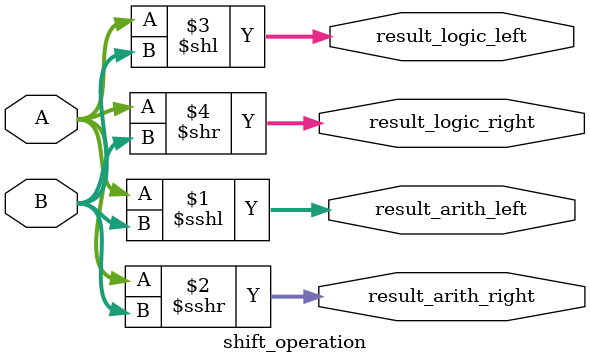
<source format=v>
`timescale 1ns / 1ps


module shift_operation(
    input signed [7:0] A,       // Input signed 8-bit number A
    input [7:0] B,             // Input unsigned 3-bit shift amount B (max shift: 7 bits)
    output [7:0] result_arith_left,  // Result of arithmetic left shift (A <<< B)
    output [7:0] result_arith_right, // Result of arithmetic right shift (A >>> B)
    output [7:0] result_logic_left,  // Result of logical left shift (A << B)
    output [7:0] result_logic_right  // Result of logical right shift (A >> B)
);
    assign result_arith_left  = A <<< B;  // Arithmetic left shift by B bits
    assign result_arith_right = A >>> B;  // Arithmetic right shift by B bits
    assign result_logic_left  = A << B;   // Logical left shift by B bits
    assign result_logic_right = A >> B;   // Logical right shift by B bits
endmodule


</source>
